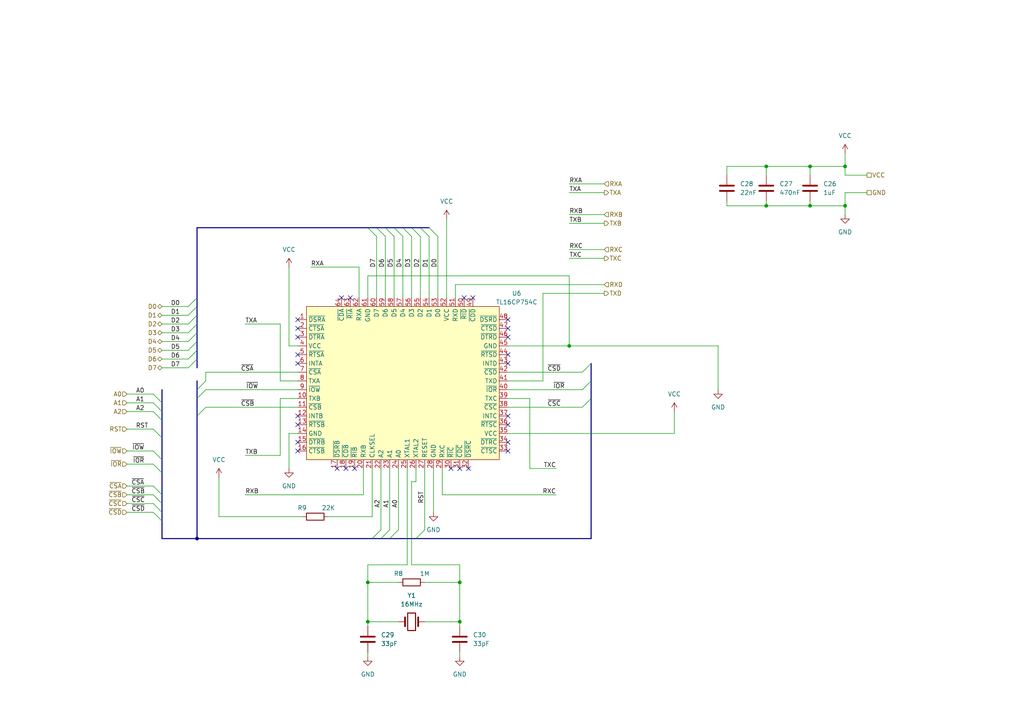
<source format=kicad_sch>
(kicad_sch (version 20230121) (generator eeschema)
  (paper "A4")
  (title_block (title "RS232_MUX") (date "2024-09-06") (rev "2.0") (company "INRAE"))
  (lib_symbols
    (symbol "Device:C" (pin_numbers hide) (pin_names (offset 0.254))
      (property "Reference" "C" (at 0.635 2.54 0))
      (property "Value" "C" (at 0.635 -2.54 0))
      (symbol "C_0_1"
        (polyline (pts (xy -2.032 -0.762) (xy 2.032 -0.762)) (stroke (width 0.508)))
        (polyline (pts (xy -2.032 0.762) (xy 2.032 0.762)) (stroke (width 0.508)))
      )
      (symbol "C_1_1"
        (pin passive line (at 0 3.81 270) (length 2.794) (name "~") (number "1"))
        (pin passive line (at 0 -3.81 90) (length 2.794) (name "~") (number "2"))
      )
    )
    (symbol "Device:Crystal" (pin_numbers hide) (pin_names (offset 1.016) hide)
      (property "Reference" "Y" (at 0 3.81 0))
      (property "Value" "Crystal" (at 0 -3.81 0))
      (symbol "Crystal_0_1"
        (rectangle (start -1.143 2.54) (end 1.143 -2.54) (stroke (width 0.3048)))
        (polyline (pts (xy -2.54 0) (xy -1.905 0)))
        (polyline (pts (xy -1.905 -1.27) (xy -1.905 1.27)) (stroke (width 0.508)))
        (polyline (pts (xy 1.905 -1.27) (xy 1.905 1.27)) (stroke (width 0.508)))
        (polyline (pts (xy 2.54 0) (xy 1.905 0)))
      )
      (symbol "Crystal_1_1"
        (pin passive line (at -3.81 0 0) (length 1.27) (name "1") (number "1"))
        (pin passive line (at 3.81 0 180) (length 1.27) (name "2") (number "2"))
      )
    )
    (symbol "Device:R" (pin_numbers hide) (pin_names (offset 0))
      (property "Reference" "R" (at 2.032 0 90))
      (property "Value" "R" (at 0 0 90))
      (symbol "R_0_1"
        (rectangle (start -1.016 -2.54) (end 1.016 2.54) (stroke (width 0.254)))
      )
      (symbol "R_1_1"
        (pin passive line (at 0 3.81 270) (length 1.27) (name "~") (number "1"))
        (pin passive line (at 0 -3.81 90) (length 1.27) (name "~") (number "2"))
      )
    )
    (symbol "INRAE:TL16CP754C"
      (property "Reference" "U" (at 0 -17.78 0))
      (property "Value" "TL16CP754C" (at 0 -20.32 0))
      (symbol "TL16CP754C_1_1"
        (rectangle (start -27.94 0) (end 27.94 -44.45) (fill (type background)))
        (pin input line (at -30.48 -3.81 0) (length 2.54) (name "~{DSRA}") (number "1"))
        (pin output line (at -30.48 -26.67 0) (length 2.54) (name "TXB") (number "10"))
        (pin input line (at -30.48 -29.21 0) (length 2.54) (name "~{CSB}") (number "11"))
        (pin output line (at -30.48 -31.75 0) (length 2.54) (name "INTB") (number "12"))
        (pin output line (at -30.48 -34.29 0) (length 2.54) (name "~{RTSB}") (number "13"))
        (pin power_in line (at -30.48 -36.83 0) (length 2.54) (name "GND") (number "14"))
        (pin output line (at -30.48 -39.37 0) (length 2.54) (name "~{DTRB}") (number "15"))
        (pin input line (at -30.48 -41.91 0) (length 2.54) (name "~{CTSB}") (number "16"))
        (pin input line (at -19.05 -46.99 90) (length 2.54) (name "~{DSRB}") (number "17"))
        (pin input line (at -16.51 -46.99 90) (length 2.54) (name "~{CDB}") (number "18"))
        (pin input line (at -13.97 -46.99 90) (length 2.54) (name "~{RIB}") (number "19"))
        (pin input line (at -30.48 -6.35 0) (length 2.54) (name "~{CTSA}") (number "2"))
        (pin input line (at -11.43 -46.99 90) (length 2.54) (name "RXB") (number "20"))
        (pin input line (at -8.89 -46.99 90) (length 2.54) (name "CLKSEL") (number "21"))
        (pin input line (at -6.35 -46.99 90) (length 2.54) (name "A2") (number "22"))
        (pin input line (at -3.81 -46.99 90) (length 2.54) (name "A1") (number "23"))
        (pin input line (at -1.27 -46.99 90) (length 2.54) (name "A0") (number "24"))
        (pin input line (at 1.27 -46.99 90) (length 2.54) (name "XTAL1") (number "25"))
        (pin output line (at 3.81 -46.99 90) (length 2.54) (name "XTAL2") (number "26"))
        (pin input line (at 6.35 -46.99 90) (length 2.54) (name "RESET") (number "27"))
        (pin power_in line (at 8.89 -46.99 90) (length 2.54) (name "GND") (number "28"))
        (pin input line (at 11.43 -46.99 90) (length 2.54) (name "RXC") (number "29"))
        (pin output line (at -30.48 -8.89 0) (length 2.54) (name "~{DTRA}") (number "3"))
        (pin input line (at 13.97 -46.99 90) (length 2.54) (name "~{RIC}") (number "30"))
        (pin input line (at 16.51 -46.99 90) (length 2.54) (name "~{CDC}") (number "31"))
        (pin input line (at 19.05 -46.99 90) (length 2.54) (name "~{DSRC}") (number "32"))
        (pin input line (at 30.48 -41.91 180) (length 2.54) (name "~{CTSC}") (number "33"))
        (pin output line (at 30.48 -39.37 180) (length 2.54) (name "~{DTRC}") (number "34"))
        (pin power_in line (at 30.48 -36.83 180) (length 2.54) (name "VCC") (number "35"))
        (pin output line (at 30.48 -34.29 180) (length 2.54) (name "~{RTSC}") (number "36"))
        (pin output line (at 30.48 -31.75 180) (length 2.54) (name "INTC") (number "37"))
        (pin input line (at 30.48 -29.21 180) (length 2.54) (name "~{CSC}") (number "38"))
        (pin output line (at 30.48 -26.67 180) (length 2.54) (name "TXC") (number "39"))
        (pin power_in line (at -30.48 -11.43 0) (length 2.54) (name "VCC") (number "4"))
        (pin input line (at 30.48 -24.13 180) (length 2.54) (name "~{IOR}") (number "40"))
        (pin output line (at 30.48 -21.59 180) (length 2.54) (name "TXD") (number "41"))
        (pin input line (at 30.48 -19.05 180) (length 2.54) (name "~{CSD}") (number "42"))
        (pin output line (at 30.48 -16.51 180) (length 2.54) (name "INTD") (number "43"))
        (pin output line (at 30.48 -13.97 180) (length 2.54) (name "~{RTSD}") (number "44"))
        (pin power_in line (at 30.48 -11.43 180) (length 2.54) (name "GND") (number "45"))
        (pin output line (at 30.48 -8.89 180) (length 2.54) (name "~{DTRD}") (number "46"))
        (pin input line (at 30.48 -6.35 180) (length 2.54) (name "~{CTSD}") (number "47"))
        (pin input line (at 30.48 -3.81 180) (length 2.54) (name "~{DSRD}") (number "48"))
        (pin input line (at 20.32 2.54 270) (length 2.54) (name "~{CDD}") (number "49"))
        (pin output line (at -30.48 -13.97 0) (length 2.54) (name "~{RTSA}") (number "5"))
        (pin input line (at 17.78 2.54 270) (length 2.54) (name "~{RID}") (number "50"))
        (pin input line (at 15.24 2.54 270) (length 2.54) (name "RXD") (number "51"))
        (pin input line (at 12.7 2.54 270) (length 2.54) (name "VCC") (number "52"))
        (pin bidirectional line (at 10.16 2.54 270) (length 2.54) (name "D0") (number "53"))
        (pin bidirectional line (at 7.62 2.54 270) (length 2.54) (name "D1") (number "54"))
        (pin bidirectional line (at 5.08 2.54 270) (length 2.54) (name "D2") (number "55"))
        (pin bidirectional line (at 2.54 2.54 270) (length 2.54) (name "D3") (number "56"))
        (pin bidirectional line (at 0 2.54 270) (length 2.54) (name "D4") (number "57"))
        (pin bidirectional line (at -2.54 2.54 270) (length 2.54) (name "D5") (number "58"))
        (pin bidirectional line (at -5.08 2.54 270) (length 2.54) (name "D6") (number "59"))
        (pin output line (at -30.48 -16.51 0) (length 2.54) (name "INTA") (number "6"))
        (pin bidirectional line (at -7.62 2.54 270) (length 2.54) (name "D7") (number "60"))
        (pin input line (at -10.16 2.54 270) (length 2.54) (name "GND") (number "61"))
        (pin input line (at -12.7 2.54 270) (length 2.54) (name "RXA") (number "62"))
        (pin input line (at -15.24 2.54 270) (length 2.54) (name "~{RIA}") (number "63"))
        (pin input line (at -17.78 2.54 270) (length 2.54) (name "~{CDA}") (number "64"))
        (pin input line (at -30.48 -19.05 0) (length 2.54) (name "~{CSA}") (number "7"))
        (pin output line (at -30.48 -21.59 0) (length 2.54) (name "TXA") (number "8"))
        (pin input line (at -30.48 -24.13 0) (length 2.54) (name "~{IOW}") (number "9"))
      )
    )
    (symbol "power:GND" (power) (pin_names (offset 0))
      (property "Value" "GND" (at 0 -3.81 0))
      (symbol "GND_0_1"
        (polyline (pts (xy 0 0) (xy 0 -1.27) (xy 1.27 -1.27) (xy 0 -2.54) (xy -1.27 -1.27) (xy 0 -1.27)))
      )
      (symbol "GND_1_1"
        (pin power_in line (at 0 0 270) (length 0) hide (name "GND") (number "1"))
      )
    )
    (symbol "power:VCC" (power) (pin_names (offset 0))
      (property "Value" "VCC" (at 0 3.81 0))
      (symbol "VCC_0_1"
        (polyline (pts (xy -0.762 1.27) (xy 0 2.54)))
        (polyline (pts (xy 0 0) (xy 0 2.54)))
        (polyline (pts (xy 0 2.54) (xy 0.762 1.27)))
      )
      (symbol "VCC_1_1"
        (pin power_in line (at 0 0 90) (length 0) hide (name "VCC") (number "1"))
      )
    )
  )
  (junction (at 222.25 48.26))
  (junction (at 234.95 59.69))
  (junction (at 106.68 168.91))
  (junction (at 133.35 168.91))
  (junction (at 133.35 180.34))
  (junction (at 245.11 59.69))
  (junction (at 222.25 59.69))
  (junction (at 165.1 100.33))
  (junction (at 106.68 180.34))
  (junction (at 245.11 48.26))
  (junction (at 57.15 156.21))
  (junction (at 234.95 48.26))
  (no_connect (at 147.32 123.19))
  (no_connect (at 102.87 135.89))
  (no_connect (at 133.35 135.89))
  (no_connect (at 147.32 92.71))
  (no_connect (at 147.32 95.25))
  (no_connect (at 147.32 120.65))
  (no_connect (at 86.36 92.71))
  (no_connect (at 97.79 135.89))
  (no_connect (at 86.36 95.25))
  (no_connect (at 130.81 135.89))
  (no_connect (at 101.6 86.36))
  (no_connect (at 86.36 105.41))
  (no_connect (at 86.36 130.81))
  (no_connect (at 86.36 128.27))
  (no_connect (at 100.33 135.89))
  (no_connect (at 147.32 130.81))
  (no_connect (at 86.36 120.65))
  (no_connect (at 134.62 86.36))
  (no_connect (at 99.06 86.36))
  (no_connect (at 147.32 128.27))
  (no_connect (at 86.36 123.19))
  (no_connect (at 147.32 105.41))
  (no_connect (at 137.16 86.36))
  (no_connect (at 86.36 102.87))
  (no_connect (at 135.89 135.89))
  (no_connect (at 147.32 102.87))
  (no_connect (at 147.32 97.79))
  (no_connect (at 86.36 97.79))
  (bus_entry (at 116.84 66.04) (size 2.54 2.54))
  (bus_entry (at 54.61 106.68) (size 2.54 -2.54))
  (bus_entry (at 44.45 148.59) (size 2.54 2.54))
  (bus_entry (at 123.19 153.67) (size -2.54 2.54))
  (bus_entry (at 54.61 99.06) (size 2.54 -2.54))
  (bus_entry (at 54.61 93.98) (size 2.54 -2.54))
  (bus_entry (at 44.45 140.97) (size 2.54 2.54))
  (bus_entry (at 44.45 143.51) (size 2.54 2.54))
  (bus_entry (at 44.45 130.81) (size 2.54 2.54))
  (bus_entry (at 44.45 134.62) (size 2.54 2.54))
  (bus_entry (at 44.45 119.38) (size 2.54 2.54))
  (bus_entry (at 59.69 118.11) (size -2.54 2.54))
  (bus_entry (at 109.22 66.04) (size 2.54 2.54))
  (bus_entry (at 54.61 91.44) (size 2.54 -2.54))
  (bus_entry (at 171.45 115.57) (size -2.54 2.54))
  (bus_entry (at 113.03 153.67) (size -2.54 2.54))
  (bus_entry (at 119.38 66.04) (size 2.54 2.54))
  (bus_entry (at 59.69 110.49) (size -2.54 2.54))
  (bus_entry (at 44.45 124.46) (size 2.54 2.54))
  (bus_entry (at 54.61 101.6) (size 2.54 -2.54))
  (bus_entry (at 114.3 66.04) (size 2.54 2.54))
  (bus_entry (at 44.45 114.3) (size 2.54 2.54))
  (bus_entry (at 121.92 66.04) (size 2.54 2.54))
  (bus_entry (at 44.45 116.84) (size 2.54 2.54))
  (bus_entry (at 168.91 113.03) (size 2.54 -2.54))
  (bus_entry (at 44.45 146.05) (size 2.54 2.54))
  (bus_entry (at 111.76 66.04) (size 2.54 2.54))
  (bus_entry (at 57.15 115.57) (size 2.54 -2.54))
  (bus_entry (at 106.68 66.04) (size 2.54 2.54))
  (bus_entry (at 110.49 153.67) (size -2.54 2.54))
  (bus_entry (at 115.57 153.67) (size -2.54 2.54))
  (bus_entry (at 171.45 105.41) (size -2.54 2.54))
  (bus_entry (at 54.61 88.9) (size 2.54 -2.54))
  (bus_entry (at 54.61 96.52) (size 2.54 -2.54))
  (bus_entry (at 124.46 66.04) (size 2.54 2.54))
  (bus_entry (at 54.61 104.14) (size 2.54 -2.54))
  (wire (pts (xy 165.1 55.88) (xy 175.26 55.88)))
  (wire (pts (xy 59.69 107.95) (xy 86.36 107.95)))
  (wire (pts (xy 125.73 135.89) (xy 125.73 148.59)))
  (bus (pts (xy 109.22 66.04) (xy 111.76 66.04)))
  (bus (pts (xy 111.76 66.04) (xy 114.3 66.04)))
  (wire (pts (xy 36.83 124.46) (xy 44.45 124.46)))
  (wire (pts (xy 245.11 59.69) (xy 245.11 62.23)))
  (wire (pts (xy 222.25 59.69) (xy 234.95 59.69)))
  (bus (pts (xy 57.15 91.44) (xy 57.15 88.9)))
  (wire (pts (xy 251.46 50.8) (xy 245.11 50.8)))
  (wire (pts (xy 46.99 96.52) (xy 54.61 96.52)))
  (bus (pts (xy 119.38 66.04) (xy 121.92 66.04)))
  (wire (pts (xy 165.1 62.23) (xy 175.26 62.23)))
  (wire (pts (xy 245.11 55.88) (xy 245.11 59.69)))
  (wire (pts (xy 36.83 134.62) (xy 44.45 134.62)))
  (wire (pts (xy 36.83 143.51) (xy 44.45 143.51)))
  (wire (pts (xy 119.38 68.58) (xy 119.38 86.36)))
  (wire (pts (xy 111.76 68.58) (xy 111.76 86.36)))
  (wire (pts (xy 222.25 48.26) (xy 222.25 50.8)))
  (wire (pts (xy 128.27 143.51) (xy 161.29 143.51)))
  (wire (pts (xy 86.36 115.57) (xy 81.28 115.57)))
  (wire (pts (xy 71.12 143.51) (xy 105.41 143.51)))
  (wire (pts (xy 153.67 135.89) (xy 161.29 135.89)))
  (bus (pts (xy 106.68 66.04) (xy 109.22 66.04)))
  (wire (pts (xy 71.12 132.08) (xy 81.28 132.08)))
  (wire (pts (xy 106.68 168.91) (xy 115.57 168.91)))
  (wire (pts (xy 165.1 64.77) (xy 175.26 64.77)))
  (wire (pts (xy 114.3 68.58) (xy 114.3 86.36)))
  (wire (pts (xy 86.36 125.73) (xy 83.82 125.73)))
  (bus (pts (xy 46.99 137.16) (xy 46.99 143.51)))
  (wire (pts (xy 210.82 58.42) (xy 210.82 59.69)))
  (bus (pts (xy 46.99 121.92) (xy 46.99 127)))
  (wire (pts (xy 115.57 135.89) (xy 115.57 153.67)))
  (wire (pts (xy 86.36 100.33) (xy 83.82 100.33)))
  (bus (pts (xy 57.15 113.03) (xy 57.15 115.57)))
  (wire (pts (xy 106.68 168.91) (xy 106.68 180.34)))
  (wire (pts (xy 222.25 58.42) (xy 222.25 59.69)))
  (wire (pts (xy 36.83 140.97) (xy 44.45 140.97)))
  (wire (pts (xy 133.35 189.23) (xy 133.35 190.5)))
  (bus (pts (xy 57.15 99.06) (xy 57.15 96.52)))
  (wire (pts (xy 106.68 80.01) (xy 165.1 80.01)))
  (bus (pts (xy 46.99 148.59) (xy 46.99 151.13)))
  (bus (pts (xy 46.99 146.05) (xy 46.99 148.59)))
  (wire (pts (xy 86.36 110.49) (xy 81.28 110.49)))
  (wire (pts (xy 147.32 100.33) (xy 165.1 100.33)))
  (wire (pts (xy 107.95 149.86) (xy 95.25 149.86)))
  (bus (pts (xy 116.84 66.04) (xy 119.38 66.04)))
  (bus (pts (xy 46.99 116.84) (xy 46.99 119.38)))
  (bus (pts (xy 171.45 105.41) (xy 171.45 110.49)))
  (bus (pts (xy 120.65 156.21) (xy 171.45 156.21)))
  (bus (pts (xy 46.99 156.21) (xy 57.15 156.21)))
  (wire (pts (xy 119.38 163.83) (xy 119.38 139.7)))
  (wire (pts (xy 118.11 163.83) (xy 106.68 163.83)))
  (wire (pts (xy 46.99 106.68) (xy 54.61 106.68)))
  (wire (pts (xy 123.19 168.91) (xy 133.35 168.91)))
  (wire (pts (xy 132.08 82.55) (xy 175.26 82.55)))
  (wire (pts (xy 119.38 163.83) (xy 133.35 163.83)))
  (bus (pts (xy 107.95 156.21) (xy 110.49 156.21)))
  (wire (pts (xy 83.82 125.73) (xy 83.82 135.89)))
  (wire (pts (xy 90.17 77.47) (xy 104.14 77.47)))
  (wire (pts (xy 36.83 146.05) (xy 44.45 146.05)))
  (wire (pts (xy 36.83 114.3) (xy 44.45 114.3)))
  (wire (pts (xy 147.32 110.49) (xy 157.48 110.49)))
  (wire (pts (xy 63.5 138.43) (xy 63.5 149.86)))
  (wire (pts (xy 165.1 80.01) (xy 165.1 100.33)))
  (bus (pts (xy 57.15 66.04) (xy 106.68 66.04)))
  (wire (pts (xy 106.68 86.36) (xy 106.68 80.01)))
  (wire (pts (xy 245.11 48.26) (xy 245.11 44.45)))
  (bus (pts (xy 171.45 115.57) (xy 171.45 156.21)))
  (wire (pts (xy 87.63 149.86) (xy 63.5 149.86)))
  (wire (pts (xy 147.32 107.95) (xy 168.91 107.95)))
  (wire (pts (xy 234.95 59.69) (xy 245.11 59.69)))
  (wire (pts (xy 195.58 119.38) (xy 195.58 125.73)))
  (wire (pts (xy 36.83 119.38) (xy 44.45 119.38)))
  (wire (pts (xy 81.28 110.49) (xy 81.28 93.98)))
  (wire (pts (xy 210.82 48.26) (xy 222.25 48.26)))
  (wire (pts (xy 71.12 93.98) (xy 81.28 93.98)))
  (wire (pts (xy 165.1 72.39) (xy 175.26 72.39)))
  (wire (pts (xy 127 68.58) (xy 127 86.36)))
  (wire (pts (xy 105.41 135.89) (xy 105.41 143.51)))
  (bus (pts (xy 57.15 93.98) (xy 57.15 91.44)))
  (bus (pts (xy 57.15 156.21) (xy 107.95 156.21)))
  (bus (pts (xy 46.99 151.13) (xy 46.99 156.21)))
  (wire (pts (xy 81.28 115.57) (xy 81.28 132.08)))
  (wire (pts (xy 120.65 139.7) (xy 120.65 135.89)))
  (wire (pts (xy 119.38 139.7) (xy 120.65 139.7)))
  (wire (pts (xy 109.22 68.58) (xy 109.22 86.36)))
  (wire (pts (xy 113.03 135.89) (xy 113.03 153.67)))
  (wire (pts (xy 106.68 180.34) (xy 115.57 180.34)))
  (wire (pts (xy 234.95 59.69) (xy 234.95 58.42)))
  (wire (pts (xy 110.49 135.89) (xy 110.49 153.67)))
  (wire (pts (xy 245.11 48.26) (xy 245.11 50.8)))
  (bus (pts (xy 46.99 143.51) (xy 46.99 146.05)))
  (bus (pts (xy 57.15 86.36) (xy 57.15 66.04)))
  (wire (pts (xy 133.35 168.91) (xy 133.35 163.83)))
  (bus (pts (xy 57.15 101.6) (xy 57.15 99.06)))
  (wire (pts (xy 165.1 100.33) (xy 208.28 100.33)))
  (wire (pts (xy 121.92 68.58) (xy 121.92 86.36)))
  (bus (pts (xy 113.03 156.21) (xy 120.65 156.21)))
  (bus (pts (xy 171.45 110.49) (xy 171.45 115.57)))
  (bus (pts (xy 57.15 104.14) (xy 57.15 101.6)))
  (wire (pts (xy 59.69 113.03) (xy 86.36 113.03)))
  (wire (pts (xy 165.1 53.34) (xy 175.26 53.34)))
  (bus (pts (xy 114.3 66.04) (xy 116.84 66.04)))
  (wire (pts (xy 251.46 55.88) (xy 245.11 55.88)))
  (wire (pts (xy 222.25 48.26) (xy 234.95 48.26)))
  (wire (pts (xy 157.48 110.49) (xy 157.48 85.09)))
  (bus (pts (xy 110.49 156.21) (xy 113.03 156.21)))
  (wire (pts (xy 129.54 63.5) (xy 129.54 86.36)))
  (bus (pts (xy 46.99 133.35) (xy 46.99 137.16)))
  (wire (pts (xy 128.27 135.89) (xy 128.27 143.51)))
  (bus (pts (xy 57.15 120.65) (xy 57.15 156.21)))
  (wire (pts (xy 36.83 148.59) (xy 44.45 148.59)))
  (wire (pts (xy 46.99 104.14) (xy 54.61 104.14)))
  (wire (pts (xy 133.35 168.91) (xy 133.35 180.34)))
  (wire (pts (xy 46.99 101.6) (xy 54.61 101.6)))
  (wire (pts (xy 123.19 180.34) (xy 133.35 180.34)))
  (wire (pts (xy 36.83 130.81) (xy 44.45 130.81)))
  (wire (pts (xy 210.82 59.69) (xy 222.25 59.69)))
  (wire (pts (xy 234.95 48.26) (xy 234.95 50.8)))
  (bus (pts (xy 46.99 113.03) (xy 46.99 116.84)))
  (bus (pts (xy 121.92 66.04) (xy 124.46 66.04)))
  (wire (pts (xy 210.82 50.8) (xy 210.82 48.26)))
  (wire (pts (xy 59.69 118.11) (xy 86.36 118.11)))
  (wire (pts (xy 165.1 74.93) (xy 175.26 74.93)))
  (bus (pts (xy 46.99 119.38) (xy 46.99 121.92)))
  (wire (pts (xy 106.68 163.83) (xy 106.68 168.91)))
  (wire (pts (xy 147.32 113.03) (xy 168.91 113.03)))
  (wire (pts (xy 147.32 118.11) (xy 168.91 118.11)))
  (wire (pts (xy 83.82 77.47) (xy 83.82 100.33)))
  (wire (pts (xy 36.83 116.84) (xy 44.45 116.84)))
  (wire (pts (xy 147.32 115.57) (xy 153.67 115.57)))
  (wire (pts (xy 208.28 100.33) (xy 208.28 113.03)))
  (wire (pts (xy 118.11 135.89) (xy 118.11 163.83)))
  (wire (pts (xy 234.95 48.26) (xy 245.11 48.26)))
  (wire (pts (xy 104.14 86.36) (xy 104.14 77.47)))
  (wire (pts (xy 123.19 135.89) (xy 123.19 153.67)))
  (wire (pts (xy 106.68 189.23) (xy 106.68 190.5)))
  (wire (pts (xy 133.35 180.34) (xy 133.35 181.61)))
  (bus (pts (xy 57.15 110.49) (xy 57.15 113.03)))
  (bus (pts (xy 57.15 88.9) (xy 57.15 86.36)))
  (wire (pts (xy 46.99 93.98) (xy 54.61 93.98)))
  (bus (pts (xy 57.15 96.52) (xy 57.15 93.98)))
  (wire (pts (xy 153.67 115.57) (xy 153.67 135.89)))
  (wire (pts (xy 147.32 125.73) (xy 195.58 125.73)))
  (wire (pts (xy 46.99 88.9) (xy 54.61 88.9)))
  (wire (pts (xy 106.68 180.34) (xy 106.68 181.61)))
  (wire (pts (xy 157.48 85.09) (xy 175.26 85.09)))
  (wire (pts (xy 107.95 135.89) (xy 107.95 149.86)))
  (wire (pts (xy 124.46 68.58) (xy 124.46 86.36)))
  (wire (pts (xy 59.69 110.49) (xy 59.69 107.95)))
  (bus (pts (xy 57.15 115.57) (xy 57.15 120.65)))
  (wire (pts (xy 46.99 91.44) (xy 54.61 91.44)))
  (wire (pts (xy 132.08 86.36) (xy 132.08 82.55)))
  (wire (pts (xy 116.84 68.58) (xy 116.84 86.36)))
  (bus (pts (xy 46.99 127) (xy 46.99 133.35)))
  (bus (pts (xy 57.15 106.68) (xy 57.15 104.14)))
  (wire (pts (xy 46.99 99.06) (xy 54.61 99.06)))
  (label "A2" (at 110.49 147.32 90))
  (label "D3" (at 119.38 74.93 270))
  (label "D3" (at 49.53 96.52 0))
  (label "D4" (at 49.53 99.06 0))
  (label "~{IOW}" (at 74.93 113.03 180))
  (label "D7" (at 109.22 74.93 270))
  (label "A1" (at 113.03 147.32 90))
  (label "~{CSD}" (at 38.1 148.59 0))
  (label "D7" (at 49.53 106.68 0))
  (label "D5" (at 114.3 74.93 270))
  (label "~{CSB}" (at 38.1 143.51 0))
  (label "RXC" (at 161.29 143.51 180))
  (label "RXA" (at 165.1 53.34 0))
  (label "D1" (at 49.53 91.44 0))
  (label "RST" (at 123.19 146.05 90))
  (label "TXC" (at 161.29 135.89 180))
  (label "~{CSC}" (at 38.1 146.05 0))
  (label "TXA" (at 165.1 55.88 0))
  (label "A0" (at 115.57 147.32 90))
  (label "RXB" (at 165.1 62.23 0))
  (label "TXB" (at 71.12 132.08 0))
  (label "D2" (at 121.92 74.93 270))
  (label "RST" (at 39.37 124.46 0))
  (label "A1" (at 41.91 116.84 180))
  (label "~{CSA}" (at 38.1 140.97 0))
  (label "D4" (at 116.84 74.93 270))
  (label "D1" (at 124.46 74.93 270))
  (label "RXB" (at 71.12 143.51 0))
  (label "TXC" (at 165.1 74.93 0))
  (label "RXA" (at 90.17 77.47 0))
  (label "TXB" (at 165.1 64.77 0))
  (label "D5" (at 49.53 101.6 0))
  (label "~{CSD}" (at 158.75 107.95 0))
  (label "D6" (at 111.76 74.93 270))
  (label "TXA" (at 71.12 93.98 0))
  (label "~{CSB}" (at 69.85 118.11 0))
  (label "RXC" (at 165.1 72.39 0))
  (label "~{CSC}" (at 158.75 118.11 0))
  (label "~{IOW}" (at 41.91 130.81 180))
  (label "D2" (at 49.53 93.98 0))
  (label "A2" (at 41.91 119.38 180))
  (label "D0" (at 49.53 88.9 0))
  (label "~{IOR}" (at 41.91 134.62 180))
  (label "~{CSA}" (at 69.85 107.95 0))
  (label "D6" (at 49.53 104.14 0))
  (label "~{IOR}" (at 163.83 113.03 180))
  (label "A0" (at 41.91 114.3 180))
  (label "D0" (at 127 74.93 270))
  (hierarchical_label "TXB" (shape output) (at 175.26 64.77 0))
  (hierarchical_label "D7" (shape bidirectional) (at 46.99 106.68 180))
  (hierarchical_label "RXD" (shape input) (at 175.26 82.55 0))
  (hierarchical_label "A1" (shape input) (at 36.83 116.84 180))
  (hierarchical_label "RXC" (shape input) (at 175.26 72.39 0))
  (hierarchical_label "RXB" (shape input) (at 175.26 62.23 0))
  (hierarchical_label "RST" (shape input) (at 36.83 124.46 180))
  (hierarchical_label "VCC" (shape passive) (at 251.46 50.8 0))
  (hierarchical_label "~{CSD}" (shape input) (at 36.83 148.59 180))
  (hierarchical_label "TXD" (shape output) (at 175.26 85.09 0))
  (hierarchical_label "A2" (shape input) (at 36.83 119.38 180))
  (hierarchical_label "GND" (shape passive) (at 251.46 55.88 0))
  (hierarchical_label "~{CSB}" (shape input) (at 36.83 143.51 180))
  (hierarchical_label "D4" (shape bidirectional) (at 46.99 99.06 180))
  (hierarchical_label "TXC" (shape output) (at 175.26 74.93 0))
  (hierarchical_label "D6" (shape bidirectional) (at 46.99 104.14 180))
  (hierarchical_label "D3" (shape bidirectional) (at 46.99 96.52 180))
  (hierarchical_label "A0" (shape input) (at 36.83 114.3 180))
  (hierarchical_label "TXA" (shape output) (at 175.26 55.88 0))
  (hierarchical_label "~{IOR}" (shape input) (at 36.83 134.62 180))
  (hierarchical_label "~{IOW}" (shape input) (at 36.83 130.81 180))
  (hierarchical_label "~{CSA}" (shape input) (at 36.83 140.97 180))
  (hierarchical_label "~{CSC}" (shape input) (at 36.83 146.05 180))
  (hierarchical_label "D5" (shape bidirectional) (at 46.99 101.6 180))
  (hierarchical_label "RXA" (shape input) (at 175.26 53.34 0))
  (hierarchical_label "D0" (shape bidirectional) (at 46.99 88.9 180))
  (hierarchical_label "D1" (shape bidirectional) (at 46.99 91.44 180))
  (hierarchical_label "D2" (shape bidirectional) (at 46.99 93.98 180))
  (symbol (lib_id "power:VCC") (at 63.5 138.43 0) (unit 1)
    (property "Reference" "#PWR034" (effects hide))
    (property "Value" "VCC" (at 63.5 133.35 0))
  )
  (symbol (lib_id "Device:C") (at 210.82 54.61 0) (unit 1)
    (property "Reference" "C28" (at 214.63 53.34 0) (effects (justify left)))
    (property "Value" "22nF" (at 214.63 55.88 0) (effects (justify left)))
    (property "Footprint" "Capacitor_SMD:C_0805_2012Metric_Pad1.18x1.45mm_HandSolder" (effects hide))
  )
  (symbol (lib_id "Device:Crystal") (at 119.38 180.34 0) (unit 1)
    (property "Reference" "Y1" (at 119.38 172.72 0))
    (property "Value" "16MHz" (at 119.38 175.26 0))
    (property "Footprint" "INRAE:ABLS2_XTAL" (effects hide))
  )
  (symbol (lib_id "power:VCC") (at 83.82 77.47 0) (unit 1)
    (property "Reference" "#PWR028" (effects hide))
    (property "Value" "VCC" (at 83.82 72.39 0))
  )
  (symbol (lib_id "power:GND") (at 106.68 190.5 0) (unit 1)
    (property "Reference" "#PWR032" (effects hide))
    (property "Value" "GND" (at 106.68 195.58 0))
  )
  (symbol (lib_id "power:GND") (at 245.11 62.23 0) (unit 1)
    (property "Reference" "#PWR025" (effects hide))
    (property "Value" "GND" (at 245.11 67.31 0))
  )
  (symbol (lib_id "power:VCC") (at 245.11 44.45 0) (unit 1)
    (property "Reference" "#PWR024" (effects hide))
    (property "Value" "VCC" (at 245.11 39.37 0))
  )
  (symbol (lib_id "Device:C") (at 106.68 185.42 0) (unit 1)
    (property "Reference" "C29" (at 110.49 184.15 0) (effects (justify left)))
    (property "Value" "33pF" (at 110.49 186.69 0) (effects (justify left)))
    (property "Footprint" "Capacitor_SMD:C_0805_2012Metric_Pad1.18x1.45mm_HandSolder" (effects hide))
  )
  (symbol (lib_id "power:GND") (at 125.73 148.59 0) (unit 1)
    (property "Reference" "#PWR030" (effects hide))
    (property "Value" "GND" (at 125.73 153.67 0))
  )
  (symbol (lib_id "power:GND") (at 133.35 190.5 0) (unit 1)
    (property "Reference" "#PWR033" (effects hide))
    (property "Value" "GND" (at 133.35 195.58 0))
  )
  (symbol (lib_id "Device:R") (at 119.38 168.91 90) (unit 1)
    (property "Reference" "R8" (at 115.57 166.37 90))
    (property "Value" "1M" (at 123.19 166.37 90))
    (property "Footprint" "Resistor_SMD:R_0805_2012Metric_Pad1.20x1.40mm_HandSolder" (effects hide))
  )
  (symbol (lib_id "Device:R") (at 91.44 149.86 90) (unit 1)
    (property "Reference" "R9" (at 87.63 147.32 90))
    (property "Value" "22K" (at 95.25 147.32 90))
    (property "Footprint" "Resistor_SMD:R_0805_2012Metric_Pad1.20x1.40mm_HandSolder" (effects hide))
  )
  (symbol (lib_id "INRAE:TL16CP754C") (at 116.84 88.9 0) (unit 1)
    (property "Reference" "U6" (at 149.86 85.09 0))
    (property "Value" "TL16CP754C" (at 149.86 87.63 0))
    (property "Footprint" "Package_QFP:TQFP-64_10x10mm_P0.5mm" (effects hide))
  )
  (symbol (lib_id "power:VCC") (at 195.58 119.38 0) (unit 1)
    (property "Reference" "#PWR027" (effects hide))
    (property "Value" "VCC" (at 195.58 114.3 0))
  )
  (symbol (lib_id "Device:C") (at 133.35 185.42 0) (unit 1)
    (property "Reference" "C30" (at 137.16 184.15 0) (effects (justify left)))
    (property "Value" "33pF" (at 137.16 186.69 0) (effects (justify left)))
    (property "Footprint" "Capacitor_SMD:C_0805_2012Metric_Pad1.18x1.45mm_HandSolder" (effects hide))
  )
  (symbol (lib_id "power:GND") (at 208.28 113.03 0) (unit 1)
    (property "Reference" "#PWR031" (effects hide))
    (property "Value" "GND" (at 208.28 118.11 0))
  )
  (symbol (lib_id "power:VCC") (at 129.54 63.5 0) (unit 1)
    (property "Reference" "#PWR026" (effects hide))
    (property "Value" "VCC" (at 129.54 58.42 0))
  )
  (symbol (lib_id "Device:C") (at 222.25 54.61 0) (unit 1)
    (property "Reference" "C27" (at 226.06 53.34 0) (effects (justify left)))
    (property "Value" "470nF" (at 226.06 55.88 0) (effects (justify left)))
    (property "Footprint" "Capacitor_SMD:C_0805_2012Metric_Pad1.18x1.45mm_HandSolder" (effects hide))
  )
  (symbol (lib_id "power:GND") (at 83.82 135.89 0) (unit 1)
    (property "Reference" "#PWR029" (effects hide))
    (property "Value" "GND" (at 83.82 140.97 0))
  )
  (symbol (lib_id "Device:C") (at 234.95 54.61 0) (unit 1)
    (property "Reference" "C26" (at 238.76 53.34 0) (effects (justify left)))
    (property "Value" "1uF" (at 238.76 55.88 0) (effects (justify left)))
    (property "Footprint" "Capacitor_SMD:C_1206_3216Metric_Pad1.33x1.80mm_HandSolder" (effects hide))
  )
)
</source>
